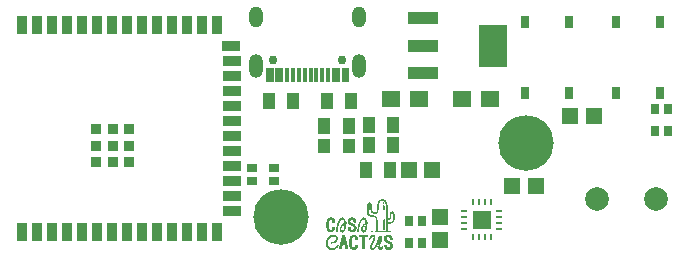
<source format=gts>
G04 #@! TF.GenerationSoftware,KiCad,Pcbnew,8.0.8-8.0.8-0~ubuntu22.04.1*
G04 #@! TF.CreationDate,2025-01-23T17:55:28+01:00*
G04 #@! TF.ProjectId,kicad_makespace_tutorial,6b696361-645f-46d6-916b-657370616365,v1*
G04 #@! TF.SameCoordinates,Original*
G04 #@! TF.FileFunction,Soldermask,Top*
G04 #@! TF.FilePolarity,Negative*
%FSLAX46Y46*%
G04 Gerber Fmt 4.6, Leading zero omitted, Abs format (unit mm)*
G04 Created by KiCad (PCBNEW 8.0.8-8.0.8-0~ubuntu22.04.1) date 2025-01-23 17:55:28*
%MOMM*%
%LPD*%
G01*
G04 APERTURE LIST*
%ADD10C,0.000000*%
%ADD11R,0.700000X0.900000*%
%ADD12R,0.900000X0.700000*%
%ADD13C,2.000000*%
%ADD14R,0.900000X1.500000*%
%ADD15R,1.500000X0.900000*%
%ADD16R,0.900000X0.900000*%
%ADD17C,4.700000*%
%ADD18R,0.750000X1.000000*%
%ADD19R,1.130000X1.380000*%
%ADD20R,1.500000X1.360000*%
%ADD21R,1.000000X1.250000*%
%ADD22R,2.500000X1.100000*%
%ADD23R,2.340000X3.600000*%
%ADD24C,0.750000*%
%ADD25O,1.200000X2.000000*%
%ADD26O,1.200000X1.800000*%
%ADD27R,0.300000X1.300000*%
%ADD28R,1.410000X1.350000*%
%ADD29R,1.350000X1.410000*%
%ADD30R,0.600000X0.250000*%
%ADD31R,0.250000X0.600000*%
%ADD32R,1.500000X1.500000*%
%ADD33R,1.000000X1.400000*%
G04 APERTURE END LIST*
D10*
G04 #@! TO.C,G\u002A\u002A\u002A*
G36*
X37732384Y-19674971D02*
G01*
X37753902Y-19675525D01*
X37768439Y-19676998D01*
X37778433Y-19679837D01*
X37786319Y-19684491D01*
X37794536Y-19691410D01*
X37795400Y-19692182D01*
X37807852Y-19705224D01*
X37813466Y-19718386D01*
X37814759Y-19737126D01*
X37813417Y-19756108D01*
X37807713Y-19769222D01*
X37795400Y-19782069D01*
X37787030Y-19789221D01*
X37779215Y-19794066D01*
X37769520Y-19797055D01*
X37755506Y-19798635D01*
X37734738Y-19799256D01*
X37704777Y-19799366D01*
X37701447Y-19799366D01*
X37626852Y-19799366D01*
X37606698Y-19779212D01*
X37593008Y-19762816D01*
X37587229Y-19747160D01*
X37586544Y-19737126D01*
X37589031Y-19719741D01*
X37598106Y-19704376D01*
X37606698Y-19695039D01*
X37626852Y-19674885D01*
X37701447Y-19674885D01*
X37732384Y-19674971D01*
G37*
G36*
X38696198Y-17244416D02*
G01*
X38713945Y-17253669D01*
X38727243Y-17270476D01*
X38736783Y-17295969D01*
X38743262Y-17331282D01*
X38746199Y-17360530D01*
X38747558Y-17390767D01*
X38745430Y-17412186D01*
X38738874Y-17427546D01*
X38726945Y-17439609D01*
X38716866Y-17446382D01*
X38701857Y-17454232D01*
X38688497Y-17456615D01*
X38670715Y-17454455D01*
X38667596Y-17453856D01*
X38648469Y-17444540D01*
X38634394Y-17424935D01*
X38625207Y-17394781D01*
X38623282Y-17382927D01*
X38618352Y-17346620D01*
X38615005Y-17320108D01*
X38613328Y-17301427D01*
X38613408Y-17288611D01*
X38615330Y-17279695D01*
X38619180Y-17272715D01*
X38625044Y-17265705D01*
X38628590Y-17261764D01*
X38642239Y-17248649D01*
X38655635Y-17242835D01*
X38673305Y-17241583D01*
X38696198Y-17244416D01*
G37*
G36*
X38707475Y-17506270D02*
G01*
X38729697Y-17511240D01*
X38736004Y-17513994D01*
X38746042Y-17519973D01*
X38754155Y-17527303D01*
X38760581Y-17537267D01*
X38765561Y-17551147D01*
X38769333Y-17570224D01*
X38772136Y-17595780D01*
X38774210Y-17629096D01*
X38775793Y-17671456D01*
X38777126Y-17724139D01*
X38777376Y-17735680D01*
X38778390Y-17789266D01*
X38778837Y-17832266D01*
X38778609Y-17865942D01*
X38777602Y-17891553D01*
X38775709Y-17910362D01*
X38772825Y-17923628D01*
X38768843Y-17932612D01*
X38763657Y-17938576D01*
X38760106Y-17941117D01*
X38741065Y-17948220D01*
X38717518Y-17951023D01*
X38697497Y-17948996D01*
X38680421Y-17941417D01*
X38667859Y-17931633D01*
X38664435Y-17927050D01*
X38661706Y-17920778D01*
X38659549Y-17911404D01*
X38657842Y-17897515D01*
X38656462Y-17877700D01*
X38655286Y-17850547D01*
X38654193Y-17814643D01*
X38653061Y-17768576D01*
X38652822Y-17758159D01*
X38651683Y-17714425D01*
X38650351Y-17673528D01*
X38648905Y-17637288D01*
X38647425Y-17607521D01*
X38645992Y-17586045D01*
X38644734Y-17574915D01*
X38643951Y-17551315D01*
X38649932Y-17529695D01*
X38661351Y-17514070D01*
X38665801Y-17511065D01*
X38684241Y-17506131D01*
X38707475Y-17506270D01*
G37*
G36*
X38748409Y-18640309D02*
G01*
X38770063Y-18646713D01*
X38787866Y-18657502D01*
X38795417Y-18666496D01*
X38797089Y-18675472D01*
X38798538Y-18694660D01*
X38799751Y-18722416D01*
X38800717Y-18757099D01*
X38801422Y-18797066D01*
X38801853Y-18840675D01*
X38801999Y-18886283D01*
X38801846Y-18932249D01*
X38801381Y-18976930D01*
X38800593Y-19018684D01*
X38799467Y-19055868D01*
X38798581Y-19076192D01*
X38796943Y-19107113D01*
X38794845Y-19144436D01*
X38792405Y-19186244D01*
X38789743Y-19230624D01*
X38786979Y-19275659D01*
X38784233Y-19319433D01*
X38781623Y-19360030D01*
X38779269Y-19395537D01*
X38777292Y-19424035D01*
X38775810Y-19443611D01*
X38775274Y-19449635D01*
X38773434Y-19468947D01*
X38771098Y-19494745D01*
X38768746Y-19521700D01*
X38768573Y-19523730D01*
X38764255Y-19558096D01*
X38757472Y-19582699D01*
X38747308Y-19599529D01*
X38732846Y-19610578D01*
X38727414Y-19613112D01*
X38700646Y-19620577D01*
X38677461Y-19618238D01*
X38665415Y-19612935D01*
X38656342Y-19606997D01*
X38649657Y-19599570D01*
X38645185Y-19589091D01*
X38642754Y-19573999D01*
X38642191Y-19552732D01*
X38643323Y-19523728D01*
X38645977Y-19485427D01*
X38648209Y-19457568D01*
X38659769Y-19302916D01*
X38668245Y-19156751D01*
X38673772Y-19016149D01*
X38676487Y-18878189D01*
X38676728Y-18846544D01*
X38677090Y-18804314D01*
X38677676Y-18765642D01*
X38678440Y-18732219D01*
X38679337Y-18705736D01*
X38680319Y-18687883D01*
X38681247Y-18680570D01*
X38693599Y-18660630D01*
X38712700Y-18645577D01*
X38727607Y-18640120D01*
X38748409Y-18640309D01*
G37*
G36*
X36888703Y-20043519D02*
G01*
X36968989Y-20043723D01*
X37000366Y-20043839D01*
X37387968Y-20045364D01*
X37389587Y-20143170D01*
X37391206Y-20240976D01*
X37271034Y-20240344D01*
X37233691Y-20240383D01*
X37199751Y-20240862D01*
X37171241Y-20241717D01*
X37150190Y-20242884D01*
X37138623Y-20244298D01*
X37137755Y-20244555D01*
X37126084Y-20254428D01*
X37119443Y-20268899D01*
X37118659Y-20277812D01*
X37117981Y-20297689D01*
X37117415Y-20327640D01*
X37116964Y-20366772D01*
X37116633Y-20414196D01*
X37116425Y-20469020D01*
X37116345Y-20530354D01*
X37116397Y-20597306D01*
X37116585Y-20668985D01*
X37116913Y-20744502D01*
X37117082Y-20775038D01*
X37117585Y-20862304D01*
X37117998Y-20938473D01*
X37118308Y-21004304D01*
X37118502Y-21060554D01*
X37118568Y-21107984D01*
X37118491Y-21147350D01*
X37118260Y-21179411D01*
X37117861Y-21204926D01*
X37117282Y-21224653D01*
X37116509Y-21239350D01*
X37115529Y-21249776D01*
X37114330Y-21256689D01*
X37112898Y-21260847D01*
X37111220Y-21263010D01*
X37109284Y-21263935D01*
X37108718Y-21264070D01*
X37099377Y-21264751D01*
X37080306Y-21265178D01*
X37053626Y-21265336D01*
X37021461Y-21265213D01*
X36989333Y-21264845D01*
X36950932Y-21263965D01*
X36919588Y-21262624D01*
X36896604Y-21260910D01*
X36883285Y-21258913D01*
X36880412Y-21257435D01*
X36878303Y-21246175D01*
X36878189Y-21245714D01*
X36877953Y-21239005D01*
X36877710Y-21221330D01*
X36877465Y-21193578D01*
X36877223Y-21156637D01*
X36876986Y-21111397D01*
X36876759Y-21058746D01*
X36876547Y-20999574D01*
X36876352Y-20934769D01*
X36876179Y-20865221D01*
X36876032Y-20791818D01*
X36875967Y-20751888D01*
X36875805Y-20662613D01*
X36875602Y-20584470D01*
X36875342Y-20516734D01*
X36875014Y-20458680D01*
X36874603Y-20409585D01*
X36874097Y-20368723D01*
X36873482Y-20335372D01*
X36872745Y-20308805D01*
X36871873Y-20288301D01*
X36870852Y-20273133D01*
X36869669Y-20262578D01*
X36868311Y-20255912D01*
X36866819Y-20252483D01*
X36863221Y-20248606D01*
X36857787Y-20245667D01*
X36848916Y-20243504D01*
X36835008Y-20241956D01*
X36814464Y-20240860D01*
X36785682Y-20240056D01*
X36747061Y-20239382D01*
X36735191Y-20239208D01*
X36690759Y-20238265D01*
X36654417Y-20236859D01*
X36627164Y-20235053D01*
X36610000Y-20232907D01*
X36604298Y-20231073D01*
X36600922Y-20222437D01*
X36598432Y-20204653D01*
X36596822Y-20180395D01*
X36596086Y-20152338D01*
X36596218Y-20123156D01*
X36597214Y-20095522D01*
X36599066Y-20072112D01*
X36601768Y-20055598D01*
X36604695Y-20049010D01*
X36610175Y-20047568D01*
X36623201Y-20046356D01*
X36644289Y-20045366D01*
X36673955Y-20044592D01*
X36712714Y-20044027D01*
X36761081Y-20043664D01*
X36819572Y-20043497D01*
X36888703Y-20043519D01*
G37*
G36*
X34264628Y-18552646D02*
G01*
X34302635Y-18555603D01*
X34333621Y-18560728D01*
X34341153Y-18562729D01*
X34400953Y-18586455D01*
X34454207Y-18619334D01*
X34499992Y-18660440D01*
X34537389Y-18708845D01*
X34565474Y-18763623D01*
X34577957Y-18800929D01*
X34582023Y-18820996D01*
X34585906Y-18849079D01*
X34589147Y-18881343D01*
X34591181Y-18911700D01*
X34594869Y-18987277D01*
X34478856Y-18987277D01*
X34362844Y-18987277D01*
X34359089Y-18947266D01*
X34351341Y-18891068D01*
X34339418Y-18845389D01*
X34322931Y-18809517D01*
X34301492Y-18782736D01*
X34274713Y-18764333D01*
X34255663Y-18756937D01*
X34217622Y-18750993D01*
X34182388Y-18756120D01*
X34151113Y-18771651D01*
X34124946Y-18796918D01*
X34105040Y-18831254D01*
X34098948Y-18847823D01*
X34093403Y-18867844D01*
X34088854Y-18890250D01*
X34085214Y-18916330D01*
X34082402Y-18947369D01*
X34080331Y-18984654D01*
X34078918Y-19029471D01*
X34078079Y-19083109D01*
X34077729Y-19146853D01*
X34077707Y-19172123D01*
X34077894Y-19237740D01*
X34078514Y-19292883D01*
X34079669Y-19338925D01*
X34081458Y-19377244D01*
X34083985Y-19409213D01*
X34087349Y-19436209D01*
X34091652Y-19459607D01*
X34096996Y-19480783D01*
X34101489Y-19495259D01*
X34115327Y-19530461D01*
X34130918Y-19556187D01*
X34149983Y-19574818D01*
X34166335Y-19584921D01*
X34184927Y-19593054D01*
X34202741Y-19596508D01*
X34225526Y-19596288D01*
X34229738Y-19595999D01*
X34255071Y-19592339D01*
X34277320Y-19585966D01*
X34286030Y-19581909D01*
X34311138Y-19560406D01*
X34330778Y-19528480D01*
X34344896Y-19486257D01*
X34353436Y-19433859D01*
X34354121Y-19426456D01*
X34356587Y-19402264D01*
X34360393Y-19384878D01*
X34367315Y-19373180D01*
X34379130Y-19366049D01*
X34397615Y-19362367D01*
X34424545Y-19361013D01*
X34458224Y-19360861D01*
X34504737Y-19361692D01*
X34540306Y-19364076D01*
X34565756Y-19368130D01*
X34581914Y-19373974D01*
X34588396Y-19379556D01*
X34590786Y-19389608D01*
X34591626Y-19408648D01*
X34591091Y-19433938D01*
X34589355Y-19462737D01*
X34586593Y-19492304D01*
X34582979Y-19519899D01*
X34578687Y-19542783D01*
X34577778Y-19546494D01*
X34556997Y-19604711D01*
X34526857Y-19656374D01*
X34488202Y-19700968D01*
X34441875Y-19737980D01*
X34388718Y-19766894D01*
X34329576Y-19787196D01*
X34265291Y-19798371D01*
X34196706Y-19799904D01*
X34166479Y-19797513D01*
X34101452Y-19784965D01*
X34042215Y-19762484D01*
X33989507Y-19730714D01*
X33944067Y-19690302D01*
X33906633Y-19641892D01*
X33877943Y-19586130D01*
X33860084Y-19529658D01*
X33857705Y-19517773D01*
X33855710Y-19503546D01*
X33854058Y-19485835D01*
X33852708Y-19463502D01*
X33851619Y-19435405D01*
X33850749Y-19400406D01*
X33850059Y-19357364D01*
X33849507Y-19305139D01*
X33849053Y-19242591D01*
X33848911Y-19218456D01*
X33848589Y-19138701D01*
X33848608Y-19069800D01*
X33849017Y-19010756D01*
X33849864Y-18960572D01*
X33851197Y-18918251D01*
X33853063Y-18882795D01*
X33855510Y-18853207D01*
X33858586Y-18828490D01*
X33862340Y-18807646D01*
X33866818Y-18789678D01*
X33869986Y-18779525D01*
X33894379Y-18725206D01*
X33928633Y-18676452D01*
X33971697Y-18634202D01*
X34022517Y-18599395D01*
X34080040Y-18572970D01*
X34113367Y-18562556D01*
X34143969Y-18556812D01*
X34181746Y-18553248D01*
X34223149Y-18551860D01*
X34264628Y-18552646D01*
G37*
G36*
X36238080Y-20023654D02*
G01*
X36302962Y-20037767D01*
X36361073Y-20060990D01*
X36411969Y-20093077D01*
X36455204Y-20133783D01*
X36490336Y-20182863D01*
X36501292Y-20203301D01*
X36520855Y-20249068D01*
X36533834Y-20295027D01*
X36541012Y-20344854D01*
X36543174Y-20399541D01*
X36543277Y-20463263D01*
X36427502Y-20463263D01*
X36385109Y-20463069D01*
X36353396Y-20462438D01*
X36331195Y-20461297D01*
X36317335Y-20459571D01*
X36310648Y-20457188D01*
X36309659Y-20455854D01*
X36307984Y-20446874D01*
X36305309Y-20429352D01*
X36302115Y-20406511D01*
X36300924Y-20397546D01*
X36292387Y-20347080D01*
X36280919Y-20307078D01*
X36265685Y-20276339D01*
X36245850Y-20253658D01*
X36220579Y-20237833D01*
X36189036Y-20227660D01*
X36182028Y-20226221D01*
X36144898Y-20224730D01*
X36110791Y-20234007D01*
X36081481Y-20253032D01*
X36058739Y-20280784D01*
X36048241Y-20303239D01*
X36041661Y-20322503D01*
X36036207Y-20340795D01*
X36031772Y-20359444D01*
X36028253Y-20379778D01*
X36025544Y-20403124D01*
X36023542Y-20430809D01*
X36022142Y-20464163D01*
X36021239Y-20504511D01*
X36020728Y-20553183D01*
X36020506Y-20611506D01*
X36020466Y-20655912D01*
X36020555Y-20723799D01*
X36020930Y-20781067D01*
X36021708Y-20828952D01*
X36023006Y-20868690D01*
X36024941Y-20901516D01*
X36027629Y-20928667D01*
X36031187Y-20951377D01*
X36035732Y-20970882D01*
X36041381Y-20988418D01*
X36048250Y-21005220D01*
X36054790Y-21019143D01*
X36075833Y-21049736D01*
X36104128Y-21071377D01*
X36138689Y-21083640D01*
X36178527Y-21086097D01*
X36202516Y-21083080D01*
X36227009Y-21073175D01*
X36250551Y-21054303D01*
X36270315Y-21029199D01*
X36281433Y-21006665D01*
X36286684Y-20991563D01*
X36290818Y-20976814D01*
X36294380Y-20959640D01*
X36297913Y-20937265D01*
X36301963Y-20906913D01*
X36303712Y-20893018D01*
X36307013Y-20874312D01*
X36311251Y-20860065D01*
X36313443Y-20855971D01*
X36319712Y-20852982D01*
X36333673Y-20850827D01*
X36356444Y-20849427D01*
X36389141Y-20848705D01*
X36419291Y-20848561D01*
X36455996Y-20848638D01*
X36482725Y-20849015D01*
X36501361Y-20849910D01*
X36513782Y-20851541D01*
X36521870Y-20854126D01*
X36527505Y-20857883D01*
X36531191Y-20861534D01*
X36538768Y-20873211D01*
X36542697Y-20889826D01*
X36543878Y-20910437D01*
X36541820Y-20975265D01*
X36532864Y-21031878D01*
X36516321Y-21082158D01*
X36491503Y-21127987D01*
X36457721Y-21171248D01*
X36442744Y-21187049D01*
X36396415Y-21227151D01*
X36346594Y-21256797D01*
X36290889Y-21277278D01*
X36263445Y-21283811D01*
X36222807Y-21289591D01*
X36176394Y-21292171D01*
X36128987Y-21291550D01*
X36085365Y-21287723D01*
X36063137Y-21283917D01*
X36004145Y-21265571D01*
X35949549Y-21237388D01*
X35900927Y-21200570D01*
X35859862Y-21156316D01*
X35827933Y-21105826D01*
X35827524Y-21105012D01*
X35815531Y-21078961D01*
X35806155Y-21053044D01*
X35798921Y-21024932D01*
X35793354Y-20992298D01*
X35788977Y-20952813D01*
X35785313Y-20904148D01*
X35784800Y-20895982D01*
X35783385Y-20864173D01*
X35782387Y-20823005D01*
X35781785Y-20774494D01*
X35781561Y-20720653D01*
X35781695Y-20663498D01*
X35782168Y-20605041D01*
X35782961Y-20547297D01*
X35784055Y-20492280D01*
X35785429Y-20442005D01*
X35787066Y-20398485D01*
X35788945Y-20363736D01*
X35790035Y-20349541D01*
X35800322Y-20281866D01*
X35818599Y-20222679D01*
X35845263Y-20171364D01*
X35880710Y-20127304D01*
X35925337Y-20089883D01*
X35976421Y-20060008D01*
X36025623Y-20039409D01*
X36075836Y-20026295D01*
X36130737Y-20019870D01*
X36166871Y-20018895D01*
X36238080Y-20023654D01*
G37*
G36*
X34557737Y-20022888D02*
G01*
X34615112Y-20038136D01*
X34665190Y-20061106D01*
X34709226Y-20092325D01*
X34734950Y-20117019D01*
X34772158Y-20164982D01*
X34798993Y-20217388D01*
X34815502Y-20273035D01*
X34821734Y-20330717D01*
X34817739Y-20389233D01*
X34803566Y-20447376D01*
X34779264Y-20503944D01*
X34744881Y-20557732D01*
X34715604Y-20592280D01*
X34662329Y-20640138D01*
X34599729Y-20680771D01*
X34527914Y-20714136D01*
X34446992Y-20740191D01*
X34357071Y-20758891D01*
X34271503Y-20769153D01*
X34225564Y-20773000D01*
X34225564Y-20714107D01*
X34225964Y-20684942D01*
X34228186Y-20663006D01*
X34233759Y-20646868D01*
X34244214Y-20635096D01*
X34261080Y-20626258D01*
X34285889Y-20618923D01*
X34320170Y-20611660D01*
X34338924Y-20608066D01*
X34403922Y-20592769D01*
X34460099Y-20572624D01*
X34509957Y-20546300D01*
X34555996Y-20512463D01*
X34600718Y-20469780D01*
X34602972Y-20467381D01*
X34633218Y-20428651D01*
X34651713Y-20389448D01*
X34658561Y-20349297D01*
X34653867Y-20307726D01*
X34644395Y-20279035D01*
X34622574Y-20237564D01*
X34594880Y-20205664D01*
X34560768Y-20183059D01*
X34519691Y-20169476D01*
X34471102Y-20164639D01*
X34422498Y-20167308D01*
X34391581Y-20171666D01*
X34358380Y-20177748D01*
X34329617Y-20184310D01*
X34327279Y-20184935D01*
X34258947Y-20209575D01*
X34194554Y-20244831D01*
X34134920Y-20289879D01*
X34080862Y-20343898D01*
X34033201Y-20406065D01*
X33992755Y-20475558D01*
X33960344Y-20551554D01*
X33959406Y-20554206D01*
X33951082Y-20578394D01*
X33945287Y-20597633D01*
X33941563Y-20615082D01*
X33939454Y-20633899D01*
X33938503Y-20657241D01*
X33938251Y-20688266D01*
X33938243Y-20700370D01*
X33938365Y-20734505D01*
X33939039Y-20759951D01*
X33940726Y-20779874D01*
X33943886Y-20797440D01*
X33948981Y-20815816D01*
X33956472Y-20838167D01*
X33959618Y-20847153D01*
X33989335Y-20917925D01*
X34025500Y-20979920D01*
X34067694Y-21032668D01*
X34115500Y-21075701D01*
X34168498Y-21108547D01*
X34206639Y-21124599D01*
X34272382Y-21141730D01*
X34339559Y-21148479D01*
X34406496Y-21145138D01*
X34471520Y-21132000D01*
X34532957Y-21109357D01*
X34589134Y-21077501D01*
X34622043Y-21051988D01*
X34660383Y-21012973D01*
X34696615Y-20965695D01*
X34728091Y-20913731D01*
X34736331Y-20897516D01*
X34747239Y-20875699D01*
X34756587Y-20858237D01*
X34762974Y-20847696D01*
X34764583Y-20845843D01*
X34771798Y-20846331D01*
X34787739Y-20849858D01*
X34809855Y-20855803D01*
X34829305Y-20861581D01*
X34858202Y-20870785D01*
X34877004Y-20878746D01*
X34886927Y-20887782D01*
X34889183Y-20900212D01*
X34884986Y-20918352D01*
X34875552Y-20944522D01*
X34874377Y-20947641D01*
X34844141Y-21011771D01*
X34803745Y-21072236D01*
X34754627Y-21127834D01*
X34698222Y-21177363D01*
X34635970Y-21219619D01*
X34569305Y-21253402D01*
X34499666Y-21277509D01*
X34472364Y-21283957D01*
X34424981Y-21291191D01*
X34372426Y-21295090D01*
X34319633Y-21295504D01*
X34271534Y-21292286D01*
X34257823Y-21290446D01*
X34178215Y-21272286D01*
X34103265Y-21243540D01*
X34033807Y-21204843D01*
X33970675Y-21156831D01*
X33914704Y-21100139D01*
X33866726Y-21035403D01*
X33827577Y-20963259D01*
X33827141Y-20962299D01*
X33801988Y-20893767D01*
X33785302Y-20819240D01*
X33777186Y-20741127D01*
X33777748Y-20661839D01*
X33787092Y-20583787D01*
X33805325Y-20509380D01*
X33807075Y-20503947D01*
X33838315Y-20426094D01*
X33878960Y-20352703D01*
X33927974Y-20284514D01*
X33984319Y-20222269D01*
X34046959Y-20166708D01*
X34114857Y-20118572D01*
X34186976Y-20078602D01*
X34262278Y-20047538D01*
X34339727Y-20026122D01*
X34418285Y-20015094D01*
X34491814Y-20014835D01*
X34557737Y-20022888D01*
G37*
G36*
X35329831Y-20042442D02*
G01*
X35359475Y-20042697D01*
X35380750Y-20043353D01*
X35395399Y-20044600D01*
X35405168Y-20046629D01*
X35411798Y-20049629D01*
X35417033Y-20053791D01*
X35419844Y-20056538D01*
X35430405Y-20071396D01*
X35439267Y-20090960D01*
X35441002Y-20096549D01*
X35443071Y-20104777D01*
X35447695Y-20123563D01*
X35454642Y-20151944D01*
X35463678Y-20188956D01*
X35474568Y-20233636D01*
X35487078Y-20285020D01*
X35500975Y-20342144D01*
X35516025Y-20404045D01*
X35531994Y-20469759D01*
X35548648Y-20538323D01*
X35565754Y-20608772D01*
X35583077Y-20680142D01*
X35600383Y-20751472D01*
X35617439Y-20821795D01*
X35634010Y-20890150D01*
X35649864Y-20955572D01*
X35664765Y-21017098D01*
X35678481Y-21073763D01*
X35690777Y-21124605D01*
X35701419Y-21168660D01*
X35710174Y-21204963D01*
X35716808Y-21232552D01*
X35721086Y-21250462D01*
X35722408Y-21256087D01*
X35725486Y-21269424D01*
X35610703Y-21269424D01*
X35570748Y-21269338D01*
X35540959Y-21268978D01*
X35519648Y-21268194D01*
X35505127Y-21266835D01*
X35495707Y-21264752D01*
X35489699Y-21261794D01*
X35485856Y-21258304D01*
X35480687Y-21247614D01*
X35474087Y-21225588D01*
X35466162Y-21192647D01*
X35457019Y-21149209D01*
X35452548Y-21126414D01*
X35442765Y-21075652D01*
X35434899Y-21035265D01*
X35428626Y-21003984D01*
X35423621Y-20980544D01*
X35419560Y-20963678D01*
X35416120Y-20952117D01*
X35412974Y-20944596D01*
X35409800Y-20939846D01*
X35406272Y-20936602D01*
X35403433Y-20934557D01*
X35395548Y-20930892D01*
X35382877Y-20928323D01*
X35363620Y-20926693D01*
X35335979Y-20925845D01*
X35301433Y-20925621D01*
X35262436Y-20925876D01*
X35233570Y-20927108D01*
X35213118Y-20930013D01*
X35199359Y-20935286D01*
X35190573Y-20943626D01*
X35185041Y-20955728D01*
X35181043Y-20972289D01*
X35180592Y-20974573D01*
X35177626Y-20989828D01*
X35172860Y-21014431D01*
X35166739Y-21046088D01*
X35159705Y-21082504D01*
X35152203Y-21121386D01*
X35150518Y-21130125D01*
X35141342Y-21176262D01*
X35133659Y-21211562D01*
X35127237Y-21236916D01*
X35121848Y-21253218D01*
X35117261Y-21261358D01*
X35116517Y-21262015D01*
X35108493Y-21264874D01*
X35092536Y-21266986D01*
X35067647Y-21268408D01*
X35032827Y-21269201D01*
X34991420Y-21269424D01*
X34876321Y-21269424D01*
X34880437Y-21253123D01*
X34882495Y-21244734D01*
X34887105Y-21225799D01*
X34894028Y-21197293D01*
X34903029Y-21160194D01*
X34913870Y-21115479D01*
X34926315Y-21064123D01*
X34940127Y-21007103D01*
X34955069Y-20945397D01*
X34970905Y-20879979D01*
X34981378Y-20836706D01*
X34998152Y-20767390D01*
X35008633Y-20724080D01*
X35229259Y-20724080D01*
X35301289Y-20724080D01*
X35373319Y-20724080D01*
X35340593Y-20552094D01*
X35331021Y-20502925D01*
X35322393Y-20460863D01*
X35314922Y-20426834D01*
X35308820Y-20401767D01*
X35304299Y-20386589D01*
X35301686Y-20382166D01*
X35297906Y-20388531D01*
X35292973Y-20403847D01*
X35287705Y-20425375D01*
X35285303Y-20437081D01*
X35280854Y-20460046D01*
X35274699Y-20491691D01*
X35267413Y-20529065D01*
X35259573Y-20569215D01*
X35252180Y-20607009D01*
X35229259Y-20724080D01*
X35008633Y-20724080D01*
X35014555Y-20699610D01*
X35030302Y-20634544D01*
X35045108Y-20573371D01*
X35058687Y-20517269D01*
X35070753Y-20467418D01*
X35081023Y-20424995D01*
X35089209Y-20391180D01*
X35095028Y-20367151D01*
X35096874Y-20359529D01*
X35105168Y-20325264D01*
X35115155Y-20283941D01*
X35125757Y-20240031D01*
X35135893Y-20198003D01*
X35139108Y-20184664D01*
X35147383Y-20150443D01*
X35155129Y-20118646D01*
X35161737Y-20091758D01*
X35166597Y-20072264D01*
X35168558Y-20064629D01*
X35174446Y-20042400D01*
X35290076Y-20042400D01*
X35329831Y-20042442D01*
G37*
G36*
X36081390Y-18550042D02*
G01*
X36152193Y-18567288D01*
X36209416Y-18590021D01*
X36251744Y-18613828D01*
X36286953Y-18642872D01*
X36315554Y-18678127D01*
X36338054Y-18720568D01*
X36354963Y-18771169D01*
X36366789Y-18830903D01*
X36374041Y-18900745D01*
X36374384Y-18905945D01*
X36375948Y-18937905D01*
X36375793Y-18959762D01*
X36373848Y-18973155D01*
X36371231Y-18978559D01*
X36366238Y-18981935D01*
X36356636Y-18984353D01*
X36340778Y-18985953D01*
X36317020Y-18986872D01*
X36283716Y-18987248D01*
X36267345Y-18987277D01*
X36231469Y-18987225D01*
X36205549Y-18986896D01*
X36187684Y-18986036D01*
X36175976Y-18984387D01*
X36168526Y-18981694D01*
X36163433Y-18977701D01*
X36159231Y-18972704D01*
X36151029Y-18955594D01*
X36144227Y-18927060D01*
X36141042Y-18906026D01*
X36131067Y-18855783D01*
X36115296Y-18815718D01*
X36093496Y-18785541D01*
X36065435Y-18764961D01*
X36030879Y-18753686D01*
X36017496Y-18751911D01*
X35977285Y-18752403D01*
X35944273Y-18762111D01*
X35917770Y-18781403D01*
X35897084Y-18810646D01*
X35893514Y-18817872D01*
X35881397Y-18856882D01*
X35880552Y-18896177D01*
X35890804Y-18933899D01*
X35906955Y-18961797D01*
X35920973Y-18975327D01*
X35945684Y-18992757D01*
X35980672Y-19013846D01*
X36025524Y-19038352D01*
X36079824Y-19066033D01*
X36116486Y-19083930D01*
X36149453Y-19100359D01*
X36182969Y-19118030D01*
X36213482Y-19135011D01*
X36237439Y-19149370D01*
X36240967Y-19151648D01*
X36294659Y-19193224D01*
X36338203Y-19240432D01*
X36371332Y-19292643D01*
X36393779Y-19349230D01*
X36405276Y-19409565D01*
X36405559Y-19473018D01*
X36398262Y-19522218D01*
X36387450Y-19558272D01*
X36370339Y-19598160D01*
X36349148Y-19637470D01*
X36326099Y-19671789D01*
X36317879Y-19681951D01*
X36292333Y-19706846D01*
X36259430Y-19731970D01*
X36223276Y-19754543D01*
X36187981Y-19771786D01*
X36181196Y-19774421D01*
X36136404Y-19786980D01*
X36084810Y-19795046D01*
X36030692Y-19798343D01*
X35978328Y-19796596D01*
X35935351Y-19790289D01*
X35872698Y-19771383D01*
X35818387Y-19744085D01*
X35772497Y-19708505D01*
X35735109Y-19664754D01*
X35706303Y-19612942D01*
X35686160Y-19553180D01*
X35674760Y-19485579D01*
X35671990Y-19427614D01*
X35672257Y-19401243D01*
X35673442Y-19384270D01*
X35675985Y-19374249D01*
X35680326Y-19368732D01*
X35682860Y-19367133D01*
X35692427Y-19365105D01*
X35711474Y-19363429D01*
X35737630Y-19362231D01*
X35768523Y-19361643D01*
X35784248Y-19361614D01*
X35822707Y-19361903D01*
X35850993Y-19363090D01*
X35870793Y-19366157D01*
X35883788Y-19372085D01*
X35891663Y-19381857D01*
X35896101Y-19396452D01*
X35898786Y-19416853D01*
X35899952Y-19429056D01*
X35908269Y-19480610D01*
X35922587Y-19522655D01*
X35942754Y-19554883D01*
X35968618Y-19576983D01*
X35973685Y-19579769D01*
X36012123Y-19593517D01*
X36049879Y-19596308D01*
X36085381Y-19589003D01*
X36117052Y-19572467D01*
X36143320Y-19547563D01*
X36162610Y-19515153D01*
X36173348Y-19476103D01*
X36174111Y-19469851D01*
X36175045Y-19448386D01*
X36171838Y-19430320D01*
X36163284Y-19409465D01*
X36161719Y-19406231D01*
X36151652Y-19389012D01*
X36138135Y-19372572D01*
X36119867Y-19355928D01*
X36095549Y-19338100D01*
X36063880Y-19318106D01*
X36023562Y-19294963D01*
X35990331Y-19276814D01*
X35955939Y-19258301D01*
X35919771Y-19238839D01*
X35885519Y-19220415D01*
X35856874Y-19205013D01*
X35849741Y-19201180D01*
X35790115Y-19165876D01*
X35741562Y-19129542D01*
X35703301Y-19091082D01*
X35674552Y-19049402D01*
X35654533Y-19003407D01*
X35642463Y-18952001D01*
X35637914Y-18904290D01*
X35639741Y-18837096D01*
X35651430Y-18776479D01*
X35672962Y-18722468D01*
X35704318Y-18675091D01*
X35745479Y-18634376D01*
X35796426Y-18600350D01*
X35857140Y-18573042D01*
X35867900Y-18569250D01*
X35939047Y-18551011D01*
X36010276Y-18544613D01*
X36081390Y-18550042D01*
G37*
G36*
X39147084Y-20018862D02*
G01*
X39215855Y-20030326D01*
X39275151Y-20048691D01*
X39325321Y-20074220D01*
X39366711Y-20107177D01*
X39399671Y-20147823D01*
X39424547Y-20196423D01*
X39438321Y-20239070D01*
X39442353Y-20258795D01*
X39446780Y-20286845D01*
X39451199Y-20319788D01*
X39455204Y-20354193D01*
X39458391Y-20386629D01*
X39460356Y-20413663D01*
X39460768Y-20429590D01*
X39460095Y-20440860D01*
X39457553Y-20449288D01*
X39451633Y-20455286D01*
X39440825Y-20459266D01*
X39423619Y-20461642D01*
X39398506Y-20462824D01*
X39363975Y-20463226D01*
X39337440Y-20463263D01*
X39228504Y-20463263D01*
X39228387Y-20438071D01*
X39225591Y-20393158D01*
X39218111Y-20350115D01*
X39206680Y-20311561D01*
X39192029Y-20280112D01*
X39179312Y-20262702D01*
X39151766Y-20241281D01*
X39117799Y-20227338D01*
X39080856Y-20221774D01*
X39044381Y-20225490D01*
X39040798Y-20226433D01*
X39009161Y-20241013D01*
X38984169Y-20264187D01*
X38966579Y-20294259D01*
X38957150Y-20329532D01*
X38956641Y-20368309D01*
X38963054Y-20400335D01*
X38969148Y-20416490D01*
X38978109Y-20431547D01*
X38991015Y-20446284D01*
X39008947Y-20461477D01*
X39032982Y-20477905D01*
X39064200Y-20496345D01*
X39103680Y-20517575D01*
X39152501Y-20542373D01*
X39176990Y-20554501D01*
X39233013Y-20582564D01*
X39279427Y-20607027D01*
X39317575Y-20628828D01*
X39348799Y-20648908D01*
X39374443Y-20668205D01*
X39395850Y-20687659D01*
X39414362Y-20708210D01*
X39431321Y-20730795D01*
X39433475Y-20733919D01*
X39452968Y-20764100D01*
X39467066Y-20790915D01*
X39476598Y-20817388D01*
X39482396Y-20846542D01*
X39485289Y-20881401D01*
X39486106Y-20924988D01*
X39486107Y-20925621D01*
X39485954Y-20960565D01*
X39485186Y-20986624D01*
X39483437Y-21006764D01*
X39480343Y-21023951D01*
X39475541Y-21041154D01*
X39469854Y-21057972D01*
X39443014Y-21117998D01*
X39407776Y-21169748D01*
X39364445Y-21212938D01*
X39313327Y-21247283D01*
X39254724Y-21272496D01*
X39234432Y-21278591D01*
X39209520Y-21283406D01*
X39176433Y-21287098D01*
X39138810Y-21289518D01*
X39100291Y-21290519D01*
X39064517Y-21289951D01*
X39035126Y-21287664D01*
X39030111Y-21286952D01*
X38965734Y-21271866D01*
X38909385Y-21248180D01*
X38861168Y-21215965D01*
X38821189Y-21175291D01*
X38789552Y-21126229D01*
X38787843Y-21122863D01*
X38769854Y-21081429D01*
X38757090Y-21038280D01*
X38748755Y-20990056D01*
X38744351Y-20938945D01*
X38742686Y-20908928D01*
X38742461Y-20886410D01*
X38745103Y-20870315D01*
X38752042Y-20859569D01*
X38764706Y-20853096D01*
X38784525Y-20849818D01*
X38812927Y-20848662D01*
X38851341Y-20848551D01*
X38864401Y-20848561D01*
X38966746Y-20848561D01*
X38969811Y-20864862D01*
X38972120Y-20879794D01*
X38974826Y-20901015D01*
X38976578Y-20916729D01*
X38985618Y-20970101D01*
X39000606Y-21013260D01*
X39021604Y-21046284D01*
X39048677Y-21069252D01*
X39081887Y-21082242D01*
X39112915Y-21085504D01*
X39155697Y-21080882D01*
X39191463Y-21066808D01*
X39219997Y-21043425D01*
X39241079Y-21010873D01*
X39246034Y-20999033D01*
X39255936Y-20962250D01*
X39256011Y-20929143D01*
X39245790Y-20898041D01*
X39224803Y-20867273D01*
X39202515Y-20844156D01*
X39188626Y-20831931D01*
X39173189Y-20820153D01*
X39154589Y-20807855D01*
X39131209Y-20794070D01*
X39101433Y-20777828D01*
X39063646Y-20758162D01*
X39032573Y-20742351D01*
X38993504Y-20722367D01*
X38955694Y-20702618D01*
X38921167Y-20684192D01*
X38891947Y-20668176D01*
X38870057Y-20655659D01*
X38860990Y-20650091D01*
X38810105Y-20610730D01*
X38769335Y-20565235D01*
X38738789Y-20513831D01*
X38718574Y-20456741D01*
X38708800Y-20394191D01*
X38708852Y-20335819D01*
X38717205Y-20272615D01*
X38733560Y-20217446D01*
X38758409Y-20169170D01*
X38792244Y-20126649D01*
X38804237Y-20114828D01*
X38850909Y-20079001D01*
X38905493Y-20050750D01*
X38966440Y-20030510D01*
X39032202Y-20018714D01*
X39101229Y-20015796D01*
X39147084Y-20018862D01*
G37*
G36*
X35247219Y-18552087D02*
G01*
X35290172Y-18565680D01*
X35329364Y-18589378D01*
X35347941Y-18605835D01*
X35365567Y-18625650D01*
X35381595Y-18648742D01*
X35396641Y-18676524D01*
X35411323Y-18710412D01*
X35426256Y-18751819D01*
X35442059Y-18802160D01*
X35458209Y-18858717D01*
X35468981Y-18895550D01*
X35478534Y-18923807D01*
X35486479Y-18942428D01*
X35491774Y-18949960D01*
X35504187Y-18954303D01*
X35525898Y-18956958D01*
X35547873Y-18957639D01*
X35568275Y-18957715D01*
X35582415Y-18959151D01*
X35591335Y-18963763D01*
X35596076Y-18973365D01*
X35597678Y-18989772D01*
X35597184Y-19014798D01*
X35596009Y-19041537D01*
X35593488Y-19098761D01*
X35566092Y-19102870D01*
X35536698Y-19109783D01*
X35515258Y-19120093D01*
X35503615Y-19132894D01*
X35503250Y-19133768D01*
X35501521Y-19143114D01*
X35499431Y-19162015D01*
X35497187Y-19188185D01*
X35494994Y-19219338D01*
X35493802Y-19239203D01*
X35490835Y-19290337D01*
X35488144Y-19331956D01*
X35485503Y-19366391D01*
X35482686Y-19395971D01*
X35479466Y-19423025D01*
X35475617Y-19449885D01*
X35470913Y-19478879D01*
X35469985Y-19484345D01*
X35453066Y-19563090D01*
X35430900Y-19632220D01*
X35403657Y-19691515D01*
X35371505Y-19740757D01*
X35334614Y-19779725D01*
X35293154Y-19808202D01*
X35247292Y-19825967D01*
X35201324Y-19832663D01*
X35176296Y-19832764D01*
X35152597Y-19831279D01*
X35136748Y-19828809D01*
X35094167Y-19812123D01*
X35056000Y-19784920D01*
X35022899Y-19747927D01*
X34995513Y-19701868D01*
X34974623Y-19647901D01*
X34967690Y-19614780D01*
X34963856Y-19573908D01*
X34963297Y-19541513D01*
X35112164Y-19541513D01*
X35114316Y-19585534D01*
X35121920Y-19620511D01*
X35135555Y-19648202D01*
X35153833Y-19668682D01*
X35175224Y-19682804D01*
X35196772Y-19686175D01*
X35218287Y-19680873D01*
X35238827Y-19667672D01*
X35259184Y-19644897D01*
X35278014Y-19614773D01*
X35293973Y-19579525D01*
X35305714Y-19541378D01*
X35307496Y-19533315D01*
X35313646Y-19500877D01*
X35319884Y-19463458D01*
X35326030Y-19422657D01*
X35331904Y-19380071D01*
X35337324Y-19337299D01*
X35342110Y-19295939D01*
X35346080Y-19257590D01*
X35349055Y-19223849D01*
X35350852Y-19196315D01*
X35351292Y-19176586D01*
X35350194Y-19166260D01*
X35349155Y-19165107D01*
X35338600Y-19168500D01*
X35321443Y-19177606D01*
X35300405Y-19190821D01*
X35278210Y-19206537D01*
X35275672Y-19208459D01*
X35231645Y-19248912D01*
X35192804Y-19298175D01*
X35160297Y-19353913D01*
X35135269Y-19413791D01*
X35118868Y-19475473D01*
X35112239Y-19536624D01*
X35112164Y-19541513D01*
X34963297Y-19541513D01*
X34963080Y-19528966D01*
X34965322Y-19483632D01*
X34970538Y-19441589D01*
X34977304Y-19411105D01*
X35005747Y-19331760D01*
X35043618Y-19257290D01*
X35089995Y-19188843D01*
X35143955Y-19127568D01*
X35204577Y-19074613D01*
X35270938Y-19031125D01*
X35290953Y-19020535D01*
X35311225Y-19009704D01*
X35324771Y-18999625D01*
X35332227Y-18988009D01*
X35334229Y-18972566D01*
X35331414Y-18951009D01*
X35324419Y-18921049D01*
X35321636Y-18910218D01*
X35306412Y-18854008D01*
X35292418Y-18808401D01*
X35279072Y-18772284D01*
X35265791Y-18744542D01*
X35251994Y-18724064D01*
X35237100Y-18709734D01*
X35220526Y-18700441D01*
X35210211Y-18696999D01*
X35186396Y-18693759D01*
X35163664Y-18698083D01*
X35140028Y-18710828D01*
X35113503Y-18732852D01*
X35102701Y-18743380D01*
X35067646Y-18782300D01*
X35035549Y-18826046D01*
X35005538Y-18876153D01*
X34976744Y-18934155D01*
X34948295Y-19001585D01*
X34932354Y-19043590D01*
X34903181Y-19131567D01*
X34876712Y-19228302D01*
X34853525Y-19330892D01*
X34834192Y-19436433D01*
X34819291Y-19542022D01*
X34809396Y-19644754D01*
X34807547Y-19673560D01*
X34805308Y-19710922D01*
X34802656Y-19738064D01*
X34798407Y-19756596D01*
X34791381Y-19768129D01*
X34780394Y-19774272D01*
X34764265Y-19776638D01*
X34741811Y-19776835D01*
X34731845Y-19776683D01*
X34705766Y-19776120D01*
X34686521Y-19774312D01*
X34673157Y-19769694D01*
X34664719Y-19760702D01*
X34660251Y-19745770D01*
X34658800Y-19723335D01*
X34659411Y-19691832D01*
X34660701Y-19660066D01*
X34668957Y-19542232D01*
X34683623Y-19424351D01*
X34704289Y-19307855D01*
X34730542Y-19194173D01*
X34761970Y-19084735D01*
X34798161Y-18980973D01*
X34838702Y-18884316D01*
X34883182Y-18796194D01*
X34931189Y-18718038D01*
X34932812Y-18715669D01*
X34971569Y-18666598D01*
X35014195Y-18625614D01*
X35059601Y-18593005D01*
X35106696Y-18569059D01*
X35154391Y-18554065D01*
X35201596Y-18548312D01*
X35247219Y-18552087D01*
G37*
G36*
X37069374Y-18553673D02*
G01*
X37102250Y-18562877D01*
X37131505Y-18578034D01*
X37157743Y-18599943D01*
X37181571Y-18629401D01*
X37203595Y-18667205D01*
X37224420Y-18714155D01*
X37244651Y-18771048D01*
X37264896Y-18838683D01*
X37272290Y-18865761D01*
X37280399Y-18894124D01*
X37288476Y-18918984D01*
X37295592Y-18937684D01*
X37300821Y-18947568D01*
X37300882Y-18947636D01*
X37314801Y-18955811D01*
X37334391Y-18957460D01*
X37357090Y-18956985D01*
X37380932Y-18957040D01*
X37383522Y-18957089D01*
X37408715Y-18957639D01*
X37408715Y-19028771D01*
X37408553Y-19058982D01*
X37407883Y-19079275D01*
X37406421Y-19091585D01*
X37403888Y-19097849D01*
X37400000Y-19100000D01*
X37398341Y-19100138D01*
X37359823Y-19102272D01*
X37332936Y-19106662D01*
X37317671Y-19113309D01*
X37315453Y-19115610D01*
X37311462Y-19127255D01*
X37308607Y-19148489D01*
X37307180Y-19177079D01*
X37307137Y-19179577D01*
X37306577Y-19206957D01*
X37305794Y-19232783D01*
X37304929Y-19252616D01*
X37304658Y-19256986D01*
X37303557Y-19273477D01*
X37302015Y-19297704D01*
X37300290Y-19325570D01*
X37299481Y-19338912D01*
X37290870Y-19430444D01*
X37276646Y-19514061D01*
X37256999Y-19589219D01*
X37232117Y-19655377D01*
X37202191Y-19711991D01*
X37167411Y-19758522D01*
X37144737Y-19780984D01*
X37108713Y-19805530D01*
X37066469Y-19822867D01*
X37021332Y-19832220D01*
X36976629Y-19832815D01*
X36945939Y-19827208D01*
X36900061Y-19808357D01*
X36860839Y-19780004D01*
X36828573Y-19742652D01*
X36803558Y-19696802D01*
X36786093Y-19642957D01*
X36776476Y-19581622D01*
X36774737Y-19541513D01*
X36926086Y-19541513D01*
X36926229Y-19572515D01*
X36927473Y-19594878D01*
X36930245Y-19611800D01*
X36934973Y-19626479D01*
X36938545Y-19634716D01*
X36955672Y-19661439D01*
X36977147Y-19678622D01*
X37001432Y-19685570D01*
X37026988Y-19681588D01*
X37034687Y-19678152D01*
X37059578Y-19658931D01*
X37081868Y-19628336D01*
X37101569Y-19586332D01*
X37118693Y-19532882D01*
X37133252Y-19467951D01*
X37145258Y-19391504D01*
X37153296Y-19319226D01*
X37157534Y-19273755D01*
X37160684Y-19238687D01*
X37162812Y-19212623D01*
X37163984Y-19194168D01*
X37164264Y-19181923D01*
X37163720Y-19174492D01*
X37162417Y-19170477D01*
X37160419Y-19168483D01*
X37160384Y-19168461D01*
X37149896Y-19168451D01*
X37133214Y-19175991D01*
X37112031Y-19189782D01*
X37088039Y-19208521D01*
X37062930Y-19230907D01*
X37038397Y-19255639D01*
X37020499Y-19276025D01*
X36980853Y-19332280D01*
X36952192Y-19391968D01*
X36934170Y-19456065D01*
X36926439Y-19525542D01*
X36926086Y-19541513D01*
X36774737Y-19541513D01*
X36774573Y-19537722D01*
X36780078Y-19465219D01*
X36796413Y-19392605D01*
X36822667Y-19321396D01*
X36857927Y-19253110D01*
X36901281Y-19189264D01*
X36951817Y-19131374D01*
X37008622Y-19080959D01*
X37070785Y-19039534D01*
X37075849Y-19036716D01*
X37109816Y-19016302D01*
X37132764Y-18998258D01*
X37145188Y-18982134D01*
X37147898Y-18971110D01*
X37146276Y-18959968D01*
X37141866Y-18939996D01*
X37135352Y-18913696D01*
X37127420Y-18883573D01*
X37118752Y-18852131D01*
X37110035Y-18821874D01*
X37101951Y-18795307D01*
X37095186Y-18774933D01*
X37092031Y-18766693D01*
X37077223Y-18740295D01*
X37057833Y-18717715D01*
X37036762Y-18701978D01*
X37025617Y-18697368D01*
X36997028Y-18695458D01*
X36966325Y-18704276D01*
X36934379Y-18723074D01*
X36902062Y-18751106D01*
X36870245Y-18787626D01*
X36839800Y-18831888D01*
X36813732Y-18878841D01*
X36769798Y-18976402D01*
X36730581Y-19083696D01*
X36696396Y-19199445D01*
X36667556Y-19322376D01*
X36644375Y-19451211D01*
X36627166Y-19584677D01*
X36619759Y-19667515D01*
X36616185Y-19709307D01*
X36612507Y-19740640D01*
X36608790Y-19761050D01*
X36605100Y-19770073D01*
X36605056Y-19770111D01*
X36595319Y-19773367D01*
X36577320Y-19775724D01*
X36554627Y-19777059D01*
X36530806Y-19777249D01*
X36509425Y-19776172D01*
X36494769Y-19773902D01*
X36483658Y-19768764D01*
X36476394Y-19759017D01*
X36472345Y-19742666D01*
X36470881Y-19717715D01*
X36470966Y-19698596D01*
X36471769Y-19671394D01*
X36473208Y-19639382D01*
X36475075Y-19605965D01*
X36477166Y-19574546D01*
X36479273Y-19548530D01*
X36481004Y-19532622D01*
X36482850Y-19518248D01*
X36485305Y-19497814D01*
X36486761Y-19485200D01*
X36501995Y-19377936D01*
X36523050Y-19271184D01*
X36549388Y-19166527D01*
X36580473Y-19065550D01*
X36615768Y-18969833D01*
X36654736Y-18880961D01*
X36696840Y-18800516D01*
X36741544Y-18730081D01*
X36744063Y-18726535D01*
X36789489Y-18669054D01*
X36835483Y-18623149D01*
X36882500Y-18588542D01*
X36930994Y-18564953D01*
X36981418Y-18552105D01*
X37032269Y-18549624D01*
X37069374Y-18553673D01*
G37*
G36*
X37840747Y-20015999D02*
G01*
X37882557Y-20029438D01*
X37920015Y-20052169D01*
X37951566Y-20083717D01*
X37972827Y-20117619D01*
X37981764Y-20136529D01*
X37987484Y-20151890D01*
X37990678Y-20167362D01*
X37992038Y-20186604D01*
X37992257Y-20213274D01*
X37992223Y-20220126D01*
X37991585Y-20247023D01*
X37989726Y-20272508D01*
X37986237Y-20297787D01*
X37980711Y-20324066D01*
X37972739Y-20352549D01*
X37961914Y-20384442D01*
X37947826Y-20420952D01*
X37930067Y-20463283D01*
X37908229Y-20512641D01*
X37881905Y-20570232D01*
X37851666Y-20635165D01*
X37832518Y-20676157D01*
X37814040Y-20715919D01*
X37797135Y-20752493D01*
X37782705Y-20783921D01*
X37771653Y-20808246D01*
X37765584Y-20821887D01*
X37750878Y-20858774D01*
X37737386Y-20898354D01*
X37725904Y-20937737D01*
X37717226Y-20974032D01*
X37712148Y-21004351D01*
X37711155Y-21019752D01*
X37715404Y-21056368D01*
X37727005Y-21086831D01*
X37744700Y-21110073D01*
X37767230Y-21125029D01*
X37793338Y-21130634D01*
X37821766Y-21125822D01*
X37831524Y-21121726D01*
X37850903Y-21108798D01*
X37873528Y-21088195D01*
X37896901Y-21062611D01*
X37918522Y-21034742D01*
X37933169Y-21012113D01*
X37939717Y-20999457D01*
X37948798Y-20979592D01*
X37960603Y-20952043D01*
X37975322Y-20916335D01*
X37993144Y-20871996D01*
X38014261Y-20818550D01*
X38038862Y-20755525D01*
X38067137Y-20682444D01*
X38099277Y-20598836D01*
X38108070Y-20575889D01*
X38138707Y-20496729D01*
X38166082Y-20428020D01*
X38190641Y-20368954D01*
X38212835Y-20318725D01*
X38233112Y-20276525D01*
X38251921Y-20241546D01*
X38269710Y-20212980D01*
X38286930Y-20190019D01*
X38304028Y-20171857D01*
X38321454Y-20157685D01*
X38339657Y-20146696D01*
X38349148Y-20142161D01*
X38381268Y-20132689D01*
X38417655Y-20129575D01*
X38455143Y-20132375D01*
X38490572Y-20140646D01*
X38520776Y-20153944D01*
X38540030Y-20168923D01*
X38553607Y-20187201D01*
X38563421Y-20209615D01*
X38569370Y-20236792D01*
X38571354Y-20269357D01*
X38569271Y-20307936D01*
X38563021Y-20353155D01*
X38552502Y-20405639D01*
X38537613Y-20466016D01*
X38518254Y-20534911D01*
X38494322Y-20612950D01*
X38465718Y-20700759D01*
X38443574Y-20766288D01*
X38422992Y-20827225D01*
X38406328Y-20878447D01*
X38393231Y-20921299D01*
X38383353Y-20957127D01*
X38376342Y-20987277D01*
X38371851Y-21013092D01*
X38369527Y-21035920D01*
X38368995Y-21053110D01*
X38372470Y-21086142D01*
X38382315Y-21111990D01*
X38397657Y-21129481D01*
X38417622Y-21137446D01*
X38431652Y-21137133D01*
X38455607Y-21129334D01*
X38477311Y-21113386D01*
X38498097Y-21088033D01*
X38516446Y-21057403D01*
X38532746Y-21029636D01*
X38547292Y-21011466D01*
X38562033Y-21001229D01*
X38578919Y-20997261D01*
X38587115Y-20997063D01*
X38600751Y-20999390D01*
X38619873Y-21005132D01*
X38641278Y-21012997D01*
X38661763Y-21021696D01*
X38678123Y-21029937D01*
X38687155Y-21036429D01*
X38687909Y-21037673D01*
X38686355Y-21045477D01*
X38680393Y-21061431D01*
X38670999Y-21083124D01*
X38660533Y-21105325D01*
X38626523Y-21164710D01*
X38587736Y-21213450D01*
X38544282Y-21251425D01*
X38508447Y-21272890D01*
X38487435Y-21282963D01*
X38471393Y-21289129D01*
X38456189Y-21292197D01*
X38437692Y-21292973D01*
X38411769Y-21292263D01*
X38409629Y-21292181D01*
X38379243Y-21290322D01*
X38356254Y-21286883D01*
X38336223Y-21280951D01*
X38318627Y-21273462D01*
X38284717Y-21254649D01*
X38258620Y-21232794D01*
X38239913Y-21206664D01*
X38228169Y-21175027D01*
X38222961Y-21136651D01*
X38223866Y-21090304D01*
X38230456Y-21034752D01*
X38232255Y-21023427D01*
X38239832Y-20979097D01*
X38247608Y-20938039D01*
X38256068Y-20898452D01*
X38265692Y-20858536D01*
X38276965Y-20816491D01*
X38290369Y-20770517D01*
X38306386Y-20718814D01*
X38325499Y-20659581D01*
X38348191Y-20591019D01*
X38348295Y-20590708D01*
X38364702Y-20541361D01*
X38380025Y-20494904D01*
X38393828Y-20452686D01*
X38405675Y-20416054D01*
X38415130Y-20386359D01*
X38421757Y-20364948D01*
X38425122Y-20353171D01*
X38425355Y-20352140D01*
X38425998Y-20338214D01*
X38424078Y-20321185D01*
X38420436Y-20305099D01*
X38415915Y-20293999D01*
X38412698Y-20291361D01*
X38406042Y-20293815D01*
X38393622Y-20299782D01*
X38392422Y-20300399D01*
X38385313Y-20304972D01*
X38378288Y-20311772D01*
X38370943Y-20321729D01*
X38362871Y-20335774D01*
X38353666Y-20354835D01*
X38342923Y-20379843D01*
X38330236Y-20411728D01*
X38315198Y-20451419D01*
X38297403Y-20499846D01*
X38276446Y-20557939D01*
X38260494Y-20602563D01*
X38231905Y-20682369D01*
X38206631Y-20752004D01*
X38184210Y-20812532D01*
X38164184Y-20865022D01*
X38146090Y-20910539D01*
X38129469Y-20950150D01*
X38113860Y-20984921D01*
X38098803Y-21015918D01*
X38083838Y-21044208D01*
X38068503Y-21070858D01*
X38052340Y-21096934D01*
X38036860Y-21120556D01*
X37992853Y-21179652D01*
X37947665Y-21227158D01*
X37901371Y-21263015D01*
X37854048Y-21287163D01*
X37811596Y-21298682D01*
X37791580Y-21301770D01*
X37776666Y-21303772D01*
X37770301Y-21304253D01*
X37763269Y-21303026D01*
X37748265Y-21300549D01*
X37734736Y-21298356D01*
X37692865Y-21287185D01*
X37652125Y-21268233D01*
X37614783Y-21243211D01*
X37583102Y-21213827D01*
X37559350Y-21181792D01*
X37548300Y-21157658D01*
X37540377Y-21120444D01*
X37539159Y-21076318D01*
X37544732Y-21024973D01*
X37557184Y-20966101D01*
X37576601Y-20899394D01*
X37603068Y-20824543D01*
X37636673Y-20741240D01*
X37677502Y-20649178D01*
X37710670Y-20578853D01*
X37739330Y-20518794D01*
X37763041Y-20467705D01*
X37782433Y-20424094D01*
X37798136Y-20386471D01*
X37810780Y-20353345D01*
X37820995Y-20323224D01*
X37826830Y-20303852D01*
X37836145Y-20266575D01*
X37839838Y-20237680D01*
X37837755Y-20215030D01*
X37829743Y-20196487D01*
X37818048Y-20182253D01*
X37805324Y-20171197D01*
X37792678Y-20165729D01*
X37774985Y-20163990D01*
X37767553Y-20163917D01*
X37747269Y-20164856D01*
X37733392Y-20169032D01*
X37720533Y-20178485D01*
X37714794Y-20183883D01*
X37703236Y-20197413D01*
X37687250Y-20219369D01*
X37668080Y-20247771D01*
X37646971Y-20280636D01*
X37625168Y-20315980D01*
X37603914Y-20351821D01*
X37584455Y-20386177D01*
X37568034Y-20417065D01*
X37566406Y-20420288D01*
X37557591Y-20436917D01*
X37550716Y-20448209D01*
X37547796Y-20451408D01*
X37541119Y-20448858D01*
X37526663Y-20442119D01*
X37507124Y-20432554D01*
X37485196Y-20421530D01*
X37463574Y-20410410D01*
X37444954Y-20400560D01*
X37432030Y-20393345D01*
X37427971Y-20390723D01*
X37425856Y-20385487D01*
X37428086Y-20375307D01*
X37435252Y-20358576D01*
X37447945Y-20333686D01*
X37451151Y-20327677D01*
X37489970Y-20258864D01*
X37527270Y-20200516D01*
X37564030Y-20151509D01*
X37601226Y-20110717D01*
X37639838Y-20077017D01*
X37680844Y-20049284D01*
X37704784Y-20036161D01*
X37750304Y-20018887D01*
X37796144Y-20012324D01*
X37840747Y-20015999D01*
G37*
G36*
X38656741Y-16994901D02*
G01*
X38720896Y-17010640D01*
X38779599Y-17036883D01*
X38832863Y-17073643D01*
X38880702Y-17120930D01*
X38923129Y-17178755D01*
X38960160Y-17247129D01*
X38983090Y-17301838D01*
X39000219Y-17354109D01*
X39016211Y-17416135D01*
X39030712Y-17485839D01*
X39043367Y-17561146D01*
X39053819Y-17639980D01*
X39061715Y-17720266D01*
X39066092Y-17786927D01*
X39067641Y-17815815D01*
X39069201Y-17841196D01*
X39070586Y-17860246D01*
X39071572Y-17869915D01*
X39071912Y-17877761D01*
X39072246Y-17896441D01*
X39072568Y-17924933D01*
X39072872Y-17962214D01*
X39073152Y-18007263D01*
X39073403Y-18059059D01*
X39073617Y-18116579D01*
X39073789Y-18178802D01*
X39073913Y-18244706D01*
X39073945Y-18269379D01*
X39074385Y-18656987D01*
X39107232Y-18653597D01*
X39129626Y-18650479D01*
X39148382Y-18645466D01*
X39163885Y-18637537D01*
X39176522Y-18625671D01*
X39186679Y-18608844D01*
X39194742Y-18586035D01*
X39201096Y-18556222D01*
X39206129Y-18518383D01*
X39210225Y-18471496D01*
X39213772Y-18414539D01*
X39216290Y-18364874D01*
X39219736Y-18306440D01*
X39224187Y-18257970D01*
X39229984Y-18217592D01*
X39237469Y-18183433D01*
X39246986Y-18153622D01*
X39258875Y-18126284D01*
X39260453Y-18123130D01*
X39286002Y-18084553D01*
X39318427Y-18055246D01*
X39356780Y-18035808D01*
X39400113Y-18026841D01*
X39413267Y-18026286D01*
X39456972Y-18028960D01*
X39492957Y-18038379D01*
X39523880Y-18055559D01*
X39549451Y-18078362D01*
X39569002Y-18102391D01*
X39585238Y-18130494D01*
X39598596Y-18164106D01*
X39609510Y-18204665D01*
X39618417Y-18253606D01*
X39625751Y-18312367D01*
X39628282Y-18338280D01*
X39635720Y-18445249D01*
X39637457Y-18542176D01*
X39633418Y-18629454D01*
X39623527Y-18707478D01*
X39607709Y-18776642D01*
X39585886Y-18837338D01*
X39557985Y-18889963D01*
X39523927Y-18934908D01*
X39510692Y-18948748D01*
X39465848Y-18985475D01*
X39411592Y-19017249D01*
X39349519Y-19043510D01*
X39281229Y-19063698D01*
X39208317Y-19077252D01*
X39132383Y-19083613D01*
X39125360Y-19083816D01*
X39100056Y-19084667D01*
X39084282Y-19086101D01*
X39075713Y-19088681D01*
X39072024Y-19092969D01*
X39071140Y-19096945D01*
X39070525Y-19106339D01*
X39069668Y-19125566D01*
X39068644Y-19152609D01*
X39067530Y-19185449D01*
X39066401Y-19222070D01*
X39066247Y-19227347D01*
X39064619Y-19272981D01*
X39062229Y-19325595D01*
X39059237Y-19382624D01*
X39055803Y-19441504D01*
X39052085Y-19499671D01*
X39048242Y-19554559D01*
X39044435Y-19603605D01*
X39040821Y-19644244D01*
X39039659Y-19655748D01*
X39037813Y-19677069D01*
X39037150Y-19693349D01*
X39037787Y-19701419D01*
X39037959Y-19701687D01*
X39044532Y-19702618D01*
X39060969Y-19703420D01*
X39085279Y-19704040D01*
X39115473Y-19704424D01*
X39142223Y-19704524D01*
X39180775Y-19704700D01*
X39209285Y-19705332D01*
X39229563Y-19706569D01*
X39243419Y-19708564D01*
X39252662Y-19711469D01*
X39257430Y-19714176D01*
X39273961Y-19732331D01*
X39281976Y-19755479D01*
X39281352Y-19780242D01*
X39271969Y-19803240D01*
X39261086Y-19815667D01*
X39256674Y-19819288D01*
X39251880Y-19822178D01*
X39245422Y-19824414D01*
X39236019Y-19826068D01*
X39222388Y-19827215D01*
X39203248Y-19827929D01*
X39177317Y-19828286D01*
X39143314Y-19828358D01*
X39099956Y-19828220D01*
X39048862Y-19827961D01*
X39003214Y-19827657D01*
X38947799Y-19827184D01*
X38884706Y-19826565D01*
X38816020Y-19825825D01*
X38743830Y-19824987D01*
X38670222Y-19824074D01*
X38597284Y-19823109D01*
X38527104Y-19822117D01*
X38520150Y-19822015D01*
X38453798Y-19821000D01*
X38387254Y-19819917D01*
X38322159Y-19818798D01*
X38260156Y-19817672D01*
X38202887Y-19816572D01*
X38151994Y-19815528D01*
X38109120Y-19814570D01*
X38075906Y-19813730D01*
X38067210Y-19813480D01*
X38026337Y-19812199D01*
X37995619Y-19811001D01*
X37973362Y-19809667D01*
X37957870Y-19807976D01*
X37947447Y-19805709D01*
X37940399Y-19802645D01*
X37935030Y-19798564D01*
X37932356Y-19795986D01*
X37921502Y-19777574D01*
X37917649Y-19753967D01*
X37920791Y-19729529D01*
X37930920Y-19708625D01*
X37932513Y-19706668D01*
X37941973Y-19697506D01*
X37953114Y-19692117D01*
X37969748Y-19689157D01*
X37985862Y-19687864D01*
X38025191Y-19685360D01*
X38026043Y-19444498D01*
X38026331Y-19372126D01*
X38026668Y-19309331D01*
X38027092Y-19253836D01*
X38027638Y-19203362D01*
X38028344Y-19155633D01*
X38029246Y-19108369D01*
X38030381Y-19059294D01*
X38031786Y-19006128D01*
X38033498Y-18946596D01*
X38034766Y-18904290D01*
X38035965Y-18839352D01*
X38035107Y-18784716D01*
X38031925Y-18738963D01*
X38026152Y-18700676D01*
X38017520Y-18668437D01*
X38005761Y-18640827D01*
X37990608Y-18616430D01*
X37977358Y-18599955D01*
X37961004Y-18583411D01*
X37942535Y-18569260D01*
X37920605Y-18557055D01*
X37893866Y-18546353D01*
X37860970Y-18536707D01*
X37820568Y-18527672D01*
X37771314Y-18518802D01*
X37711860Y-18509653D01*
X37698144Y-18507682D01*
X37638488Y-18498462D01*
X37588837Y-18488896D01*
X37547347Y-18478250D01*
X37512173Y-18465791D01*
X37481472Y-18450784D01*
X37453400Y-18432497D01*
X37426112Y-18410196D01*
X37406230Y-18391548D01*
X37380764Y-18364811D01*
X37358508Y-18337076D01*
X37339255Y-18307398D01*
X37322801Y-18274835D01*
X37308942Y-18238445D01*
X37297473Y-18197283D01*
X37288189Y-18150407D01*
X37280885Y-18096874D01*
X37275357Y-18035741D01*
X37271399Y-17966064D01*
X37268808Y-17886900D01*
X37267378Y-17797308D01*
X37267044Y-17750442D01*
X37266967Y-17693728D01*
X37267262Y-17644202D01*
X37412197Y-17644202D01*
X37412313Y-17680230D01*
X37413083Y-17753422D01*
X37414554Y-17824268D01*
X37416659Y-17891534D01*
X37419333Y-17953988D01*
X37422509Y-18010398D01*
X37426118Y-18059532D01*
X37430096Y-18100157D01*
X37434375Y-18131042D01*
X37437580Y-18146464D01*
X37456661Y-18202816D01*
X37482190Y-18249594D01*
X37514697Y-18287496D01*
X37554709Y-18317218D01*
X37575052Y-18327990D01*
X37600995Y-18339352D01*
X37627798Y-18348831D01*
X37657817Y-18357016D01*
X37693408Y-18364496D01*
X37736930Y-18371860D01*
X37770728Y-18376884D01*
X37846068Y-18389232D01*
X37910566Y-18403303D01*
X37965151Y-18419427D01*
X38010754Y-18437932D01*
X38048304Y-18459145D01*
X38078733Y-18483397D01*
X38082383Y-18486958D01*
X38108837Y-18520280D01*
X38132311Y-18563764D01*
X38152251Y-18615969D01*
X38168103Y-18675452D01*
X38178992Y-18738316D01*
X38180118Y-18753489D01*
X38181038Y-18780015D01*
X38181750Y-18817395D01*
X38182251Y-18865129D01*
X38182540Y-18922715D01*
X38182613Y-18989655D01*
X38182468Y-19065448D01*
X38182102Y-19149594D01*
X38181542Y-19237636D01*
X38178243Y-19692498D01*
X38361052Y-19694065D01*
X38418208Y-19694564D01*
X38482069Y-19695138D01*
X38548725Y-19695750D01*
X38614263Y-19696365D01*
X38674774Y-19696945D01*
X38714280Y-19697334D01*
X38765453Y-19697746D01*
X38805865Y-19697821D01*
X38836607Y-19697521D01*
X38858770Y-19696807D01*
X38873445Y-19695643D01*
X38881722Y-19693989D01*
X38884693Y-19691809D01*
X38884749Y-19691406D01*
X38885389Y-19682293D01*
X38887049Y-19664667D01*
X38889417Y-19641798D01*
X38890328Y-19633392D01*
X38893493Y-19601880D01*
X38896672Y-19565838D01*
X38899227Y-19532572D01*
X38899425Y-19529658D01*
X38901343Y-19502882D01*
X38903339Y-19478143D01*
X38905067Y-19459636D01*
X38905526Y-19455562D01*
X38906764Y-19441726D01*
X38908293Y-19419104D01*
X38909925Y-19390759D01*
X38911469Y-19359750D01*
X38911560Y-19357756D01*
X38913192Y-19325173D01*
X38915039Y-19293592D01*
X38916874Y-19266640D01*
X38918454Y-19248094D01*
X38919104Y-19235889D01*
X38919716Y-19212773D01*
X38920286Y-19179691D01*
X38920815Y-19137586D01*
X38921300Y-19087403D01*
X38921741Y-19030085D01*
X38922136Y-18966579D01*
X38922485Y-18897827D01*
X38922601Y-18869605D01*
X39074385Y-18869605D01*
X39074385Y-18959401D01*
X39141072Y-18955934D01*
X39193631Y-18951049D01*
X39245041Y-18942381D01*
X39265574Y-18937606D01*
X39325930Y-18918192D01*
X39376051Y-18893260D01*
X39416523Y-18862141D01*
X39447931Y-18824165D01*
X39470859Y-18778661D01*
X39485893Y-18724961D01*
X39492443Y-18677756D01*
X39494736Y-18654123D01*
X39497045Y-18633368D01*
X39498876Y-18619918D01*
X39498903Y-18619763D01*
X39499850Y-18609522D01*
X39501011Y-18589445D01*
X39502295Y-18561547D01*
X39503611Y-18527842D01*
X39504869Y-18490345D01*
X39505172Y-18480320D01*
X39506303Y-18413684D01*
X39505361Y-18357390D01*
X39502251Y-18310091D01*
X39496884Y-18270438D01*
X39489166Y-18237086D01*
X39488389Y-18234465D01*
X39476168Y-18205730D01*
X39459299Y-18181983D01*
X39439646Y-18164826D01*
X39419070Y-18155856D01*
X39399437Y-18156674D01*
X39398250Y-18157099D01*
X39385966Y-18163944D01*
X39375533Y-18175021D01*
X39366755Y-18191282D01*
X39359438Y-18213681D01*
X39353384Y-18243171D01*
X39348398Y-18280704D01*
X39344284Y-18327233D01*
X39340847Y-18383712D01*
X39337900Y-18450825D01*
X39333788Y-18517240D01*
X39326619Y-18573234D01*
X39315924Y-18619958D01*
X39301231Y-18658560D01*
X39282070Y-18690190D01*
X39257970Y-18715997D01*
X39228460Y-18737131D01*
X39218340Y-18742807D01*
X39188497Y-18756404D01*
X39155305Y-18767937D01*
X39123066Y-18776140D01*
X39096081Y-18779744D01*
X39092795Y-18779810D01*
X39074385Y-18779810D01*
X39074385Y-18869605D01*
X38922601Y-18869605D01*
X38922786Y-18824774D01*
X38922934Y-18779810D01*
X38923037Y-18748364D01*
X38923238Y-18669541D01*
X38923387Y-18589251D01*
X38923484Y-18508436D01*
X38923526Y-18428042D01*
X38923513Y-18349012D01*
X38923443Y-18272291D01*
X38923315Y-18198824D01*
X38923129Y-18129553D01*
X38922882Y-18065425D01*
X38922574Y-18007382D01*
X38922203Y-17956369D01*
X38921769Y-17913331D01*
X38921269Y-17879212D01*
X38920703Y-17854956D01*
X38920268Y-17844375D01*
X38914792Y-17758023D01*
X38908840Y-17682183D01*
X38902222Y-17615511D01*
X38894749Y-17556666D01*
X38886231Y-17504307D01*
X38876478Y-17457093D01*
X38865301Y-17413682D01*
X38854382Y-17378297D01*
X38830025Y-17315232D01*
X38802102Y-17262833D01*
X38769802Y-17220237D01*
X38732317Y-17186580D01*
X38688839Y-17160998D01*
X38638557Y-17142628D01*
X38631998Y-17140860D01*
X38600495Y-17134251D01*
X38571578Y-17132360D01*
X38539900Y-17135072D01*
X38519757Y-17138409D01*
X38469026Y-17153320D01*
X38424642Y-17178189D01*
X38386566Y-17213050D01*
X38354761Y-17257942D01*
X38329190Y-17312900D01*
X38322910Y-17330800D01*
X38314858Y-17360541D01*
X38306633Y-17400552D01*
X38298419Y-17449255D01*
X38290398Y-17505068D01*
X38282755Y-17566414D01*
X38275673Y-17631711D01*
X38269334Y-17699381D01*
X38263923Y-17767845D01*
X38259622Y-17835522D01*
X38256615Y-17900833D01*
X38256555Y-17902517D01*
X38254157Y-17960102D01*
X38251236Y-18007459D01*
X38247445Y-18046211D01*
X38242442Y-18077985D01*
X38235880Y-18104406D01*
X38227416Y-18127098D01*
X38216703Y-18147686D01*
X38203399Y-18167797D01*
X38199013Y-18173762D01*
X38174793Y-18196682D01*
X38140524Y-18214815D01*
X38097083Y-18227976D01*
X38045348Y-18235980D01*
X37986196Y-18238640D01*
X37920504Y-18235771D01*
X37910135Y-18234852D01*
X37844963Y-18225697D01*
X37789035Y-18211039D01*
X37740763Y-18190188D01*
X37698558Y-18162457D01*
X37660831Y-18127158D01*
X37660412Y-18126700D01*
X37637955Y-18099622D01*
X37618803Y-18070629D01*
X37602709Y-18038609D01*
X37589430Y-18002445D01*
X37578722Y-17961023D01*
X37570339Y-17913230D01*
X37564038Y-17857949D01*
X37559572Y-17794067D01*
X37556699Y-17720469D01*
X37555304Y-17647628D01*
X37554582Y-17598414D01*
X37553556Y-17559536D01*
X37551933Y-17529473D01*
X37549419Y-17506704D01*
X37545722Y-17489710D01*
X37540549Y-17476970D01*
X37533606Y-17466964D01*
X37524600Y-17458171D01*
X37517695Y-17452538D01*
X37496589Y-17441331D01*
X37476827Y-17441793D01*
X37458591Y-17453793D01*
X37442061Y-17477203D01*
X37427416Y-17511893D01*
X37425066Y-17519095D01*
X37420418Y-17534863D01*
X37417000Y-17549765D01*
X37414642Y-17565977D01*
X37413170Y-17585671D01*
X37412412Y-17611022D01*
X37412197Y-17644202D01*
X37267262Y-17644202D01*
X37267278Y-17641511D01*
X37267948Y-17595180D01*
X37268947Y-17556123D01*
X37270246Y-17525729D01*
X37271814Y-17505386D01*
X37272329Y-17501480D01*
X37286156Y-17449283D01*
X37310176Y-17400986D01*
X37343074Y-17358403D01*
X37383540Y-17323343D01*
X37414922Y-17304620D01*
X37437087Y-17294476D01*
X37456003Y-17288824D01*
X37477154Y-17286434D01*
X37497629Y-17286041D01*
X37524153Y-17286819D01*
X37544298Y-17289953D01*
X37563482Y-17296639D01*
X37579174Y-17304039D01*
X37619049Y-17329817D01*
X37650977Y-17363571D01*
X37675346Y-17405861D01*
X37692547Y-17457246D01*
X37695732Y-17471380D01*
X37698901Y-17489991D01*
X37701327Y-17512373D01*
X37703085Y-17540137D01*
X37704249Y-17574894D01*
X37704895Y-17618255D01*
X37705097Y-17671829D01*
X37705097Y-17672726D01*
X37705339Y-17717736D01*
X37706018Y-17761676D01*
X37707066Y-17802276D01*
X37708415Y-17837262D01*
X37709997Y-17864363D01*
X37711289Y-17878111D01*
X37721669Y-17933456D01*
X37738131Y-17979176D01*
X37761406Y-18016223D01*
X37792223Y-18045551D01*
X37831312Y-18068111D01*
X37867038Y-18081328D01*
X37887929Y-18087009D01*
X37907275Y-18090338D01*
X37928889Y-18091643D01*
X37956586Y-18091254D01*
X37973816Y-18090531D01*
X38014542Y-18087878D01*
X38045035Y-18084004D01*
X38066894Y-18078470D01*
X38081716Y-18070836D01*
X38091099Y-18060664D01*
X38092695Y-18057842D01*
X38100611Y-18035147D01*
X38106807Y-18001672D01*
X38111176Y-17958382D01*
X38113610Y-17906243D01*
X38114105Y-17865727D01*
X38115138Y-17810307D01*
X38118099Y-17746058D01*
X38122785Y-17675816D01*
X38128993Y-17602414D01*
X38136517Y-17528685D01*
X38141320Y-17487581D01*
X38156510Y-17393164D01*
X38177719Y-17308918D01*
X38205029Y-17234747D01*
X38238526Y-17170558D01*
X38278292Y-17116257D01*
X38324412Y-17071750D01*
X38376970Y-17036944D01*
X38436050Y-17011746D01*
X38501735Y-16996060D01*
X38574110Y-16989793D01*
X38587120Y-16989658D01*
X38656741Y-16994901D01*
G37*
G04 #@! TD*
D11*
G04 #@! TO.C,LED5*
X61650000Y-11220000D03*
X62750000Y-11220000D03*
X62750000Y-9380000D03*
X61650000Y-9380000D03*
G04 #@! TD*
D12*
G04 #@! TO.C,LED3*
X29420000Y-15450000D03*
X29420000Y-14350000D03*
X27580000Y-14350000D03*
X27580000Y-15450000D03*
G04 #@! TD*
D11*
G04 #@! TO.C,LED4*
X41950000Y-18880000D03*
X40850000Y-18880000D03*
X40850000Y-20720000D03*
X41950000Y-20720000D03*
G04 #@! TD*
D13*
G04 #@! TO.C,J1*
X56750000Y-17000000D03*
X61750000Y-17000000D03*
G04 #@! TD*
D14*
G04 #@! TO.C,U5*
X8047500Y-19750000D03*
X9317500Y-19750000D03*
X10587500Y-19750000D03*
X11857500Y-19750000D03*
X13127500Y-19750000D03*
X14397500Y-19750000D03*
X15667500Y-19750000D03*
X16937500Y-19750000D03*
X18207500Y-19750000D03*
X19477500Y-19750000D03*
X20747500Y-19750000D03*
X22017500Y-19750000D03*
X23287500Y-19750000D03*
X24557500Y-19750000D03*
D15*
X25827500Y-17990000D03*
X25827500Y-16720000D03*
X25827500Y-15450000D03*
X25827500Y-14180000D03*
X25827500Y-12910000D03*
X25827500Y-11630000D03*
X25827500Y-10370000D03*
X25827500Y-9100000D03*
X25827500Y-7830000D03*
X25827500Y-6550000D03*
X25827500Y-5280000D03*
X25797500Y-4010000D03*
D14*
X24557500Y-2250000D03*
X23287500Y-2250000D03*
X22017500Y-2250000D03*
X20747500Y-2250000D03*
X19477500Y-2250000D03*
X18207500Y-2250000D03*
X16937500Y-2250000D03*
X15667500Y-2250000D03*
X14397500Y-2250000D03*
X13127500Y-2250000D03*
X11857500Y-2250000D03*
X10587500Y-2250000D03*
X9317500Y-2250000D03*
X8047500Y-2250000D03*
D16*
X14367500Y-13900000D03*
X15767500Y-13900000D03*
X17167500Y-13900000D03*
X14367500Y-12500000D03*
X15767500Y-12500000D03*
X17167500Y-12500000D03*
X14367500Y-11100000D03*
X15767500Y-11100000D03*
X17167500Y-11100000D03*
G04 #@! TD*
D17*
G04 #@! TO.C,H1*
X50750000Y-12250000D03*
G04 #@! TD*
D18*
G04 #@! TO.C,SW1*
X58400000Y-8000000D03*
X58400000Y-2000000D03*
X62100000Y-8000000D03*
X62100000Y-2000000D03*
G04 #@! TD*
D19*
G04 #@! TO.C,U3*
X35900000Y-8700000D03*
X33900000Y-8700000D03*
G04 #@! TD*
D20*
G04 #@! TO.C,C1*
X47700000Y-8500000D03*
X45300000Y-8500000D03*
G04 #@! TD*
D21*
G04 #@! TO.C,LED2*
X35800000Y-12500000D03*
X33600000Y-12500000D03*
G04 #@! TD*
D19*
G04 #@! TO.C,U2*
X29000000Y-8700000D03*
X31000000Y-8700000D03*
G04 #@! TD*
D22*
G04 #@! TO.C,U1*
X42030000Y-1700000D03*
X42030000Y-4000000D03*
X42030000Y-6300000D03*
D23*
X47970000Y-4000000D03*
G04 #@! TD*
D24*
G04 #@! TO.C,USBC1*
X35150000Y-5262500D03*
X29350000Y-5262500D03*
D25*
X36580000Y-5762500D03*
X27920000Y-5762500D03*
D26*
X27920000Y-1582500D03*
X36580000Y-1582500D03*
D27*
X35600000Y-6522500D03*
X34800000Y-6522500D03*
X33500000Y-6522500D03*
X32500000Y-6522500D03*
X32000000Y-6522500D03*
X31000000Y-6522500D03*
X29700000Y-6522500D03*
X28900000Y-6522500D03*
X29200000Y-6522500D03*
X30000000Y-6522500D03*
X30500000Y-6522500D03*
X31500000Y-6522500D03*
X33000000Y-6522500D03*
X34000000Y-6522500D03*
X34500000Y-6522500D03*
X35300000Y-6522500D03*
G04 #@! TD*
D19*
G04 #@! TO.C,R3*
X39450000Y-12400000D03*
X37450000Y-12400000D03*
G04 #@! TD*
D17*
G04 #@! TO.C,H3*
X30000000Y-18500000D03*
G04 #@! TD*
D28*
G04 #@! TO.C,C3*
X49600000Y-15900000D03*
X51600000Y-15900000D03*
G04 #@! TD*
D29*
G04 #@! TO.C,C6*
X43500000Y-18500000D03*
X43500000Y-20500000D03*
G04 #@! TD*
D18*
G04 #@! TO.C,SW2*
X50650000Y-8000000D03*
X50650000Y-2000000D03*
X54350000Y-8000000D03*
X54350000Y-2000000D03*
G04 #@! TD*
D19*
G04 #@! TO.C,R9*
X39200000Y-14500000D03*
X37200000Y-14500000D03*
G04 #@! TD*
D30*
G04 #@! TO.C,U4*
X45500000Y-18000000D03*
X45500000Y-18500000D03*
X45500000Y-19000000D03*
X45500000Y-19500000D03*
D31*
X46250000Y-20250000D03*
X46750000Y-20250000D03*
X47250000Y-20250000D03*
X47750000Y-20250000D03*
D30*
X48500000Y-19500000D03*
X48500000Y-19000000D03*
X48500000Y-18500000D03*
X48500000Y-18000000D03*
D31*
X47750000Y-17250000D03*
X47250000Y-17250000D03*
X46750000Y-17250000D03*
X46250000Y-17250000D03*
D32*
X47000000Y-18750000D03*
G04 #@! TD*
D28*
G04 #@! TO.C,C5*
X54500000Y-10000000D03*
X56500000Y-10000000D03*
G04 #@! TD*
D19*
G04 #@! TO.C,R8*
X39450000Y-10700000D03*
X37450000Y-10700000D03*
G04 #@! TD*
D20*
G04 #@! TO.C,C2*
X41700000Y-8500000D03*
X39300000Y-8500000D03*
G04 #@! TD*
D28*
G04 #@! TO.C,C4*
X40800000Y-14500000D03*
X42800000Y-14500000D03*
G04 #@! TD*
D33*
G04 #@! TO.C,LED1*
X33650000Y-10800000D03*
X35750000Y-10800000D03*
G04 #@! TD*
M02*

</source>
